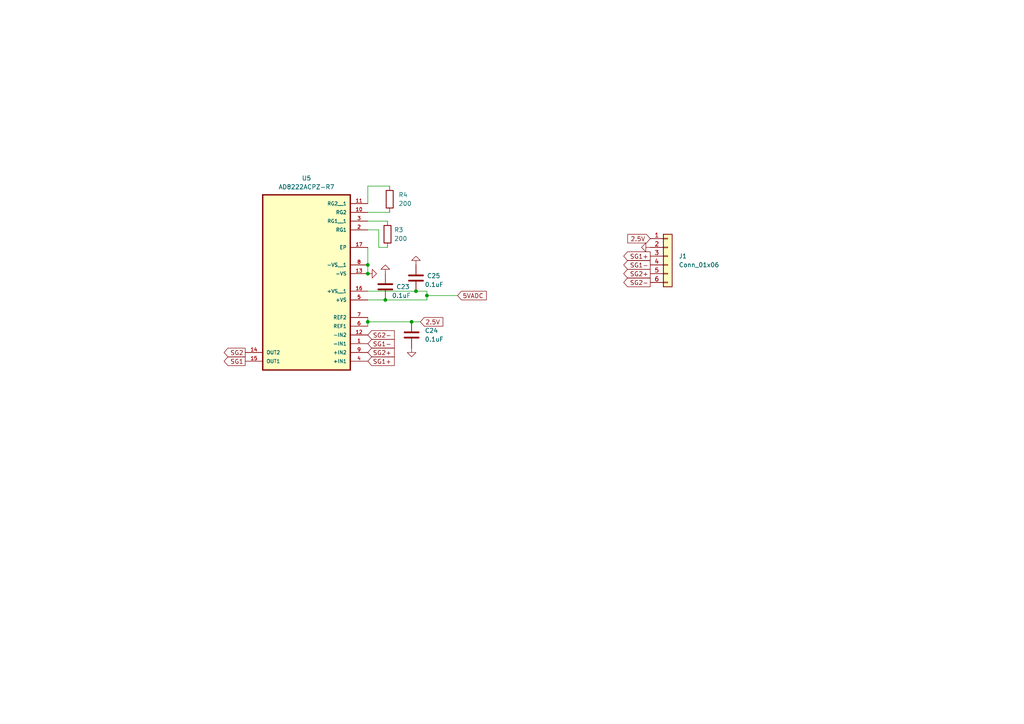
<source format=kicad_sch>
(kicad_sch (version 20230121) (generator eeschema)
  (paper "A4")
  (lib_symbols
    (symbol "Connector_Generic:Conn_01x06" (pin_names (offset 1.016) hide)
      (property "Reference" "J" (at 0 7.62 0))
      (property "Value" "Conn_01x06" (at 0 -10.16 0))
      (symbol "Conn_01x06_1_1"
        (rectangle (start -1.27 -7.493) (end 0 -7.747) (stroke (width 0.1524)))
        (rectangle (start -1.27 -4.953) (end 0 -5.207) (stroke (width 0.1524)))
        (rectangle (start -1.27 -2.413) (end 0 -2.667) (stroke (width 0.1524)))
        (rectangle (start -1.27 0.127) (end 0 -0.127) (stroke (width 0.1524)))
        (rectangle (start -1.27 2.667) (end 0 2.413) (stroke (width 0.1524)))
        (rectangle (start -1.27 5.207) (end 0 4.953) (stroke (width 0.1524)))
        (rectangle (start -1.27 6.35) (end 1.27 -8.89) (stroke (width 0.254)) (fill (type background)))
        (pin passive line (at -5.08 5.08 0) (length 3.81) (name "Pin_1") (number "1"))
        (pin passive line (at -5.08 2.54 0) (length 3.81) (name "Pin_2") (number "2"))
        (pin passive line (at -5.08 0 0) (length 3.81) (name "Pin_3") (number "3"))
        (pin passive line (at -5.08 -2.54 0) (length 3.81) (name "Pin_4") (number "4"))
        (pin passive line (at -5.08 -5.08 0) (length 3.81) (name "Pin_5") (number "5"))
        (pin passive line (at -5.08 -7.62 0) (length 3.81) (name "Pin_6") (number "6"))
      )
    )
    (symbol "Device:C" (pin_numbers hide) (pin_names (offset 0.254))
      (property "Reference" "C" (at 0.635 2.54 0))
      (property "Value" "C" (at 0.635 -2.54 0))
      (symbol "C_0_1"
        (polyline (pts (xy -2.032 -0.762) (xy 2.032 -0.762)) (stroke (width 0.508)))
        (polyline (pts (xy -2.032 0.762) (xy 2.032 0.762)) (stroke (width 0.508)))
      )
      (symbol "C_1_1"
        (pin passive line (at 0 3.81 270) (length 2.794) (name "~") (number "1"))
        (pin passive line (at 0 -3.81 90) (length 2.794) (name "~") (number "2"))
      )
    )
    (symbol "Device:R" (pin_numbers hide) (pin_names (offset 0))
      (property "Reference" "R" (at 2.032 0 90))
      (property "Value" "R" (at 0 0 90))
      (symbol "R_0_1"
        (rectangle (start -1.016 -2.54) (end 1.016 2.54) (stroke (width 0.254)))
      )
      (symbol "R_1_1"
        (pin passive line (at 0 3.81 270) (length 1.27) (name "~") (number "1"))
        (pin passive line (at 0 -3.81 90) (length 1.27) (name "~") (number "2"))
      )
    )
    (symbol "mainbox:AD8222ACPZ-R7" (pin_names (offset 1.016))
      (property "Reference" "U" (at -12.7 21.32 0))
      (property "Value" "AD8222ACPZ-R7" (at -12.7 -34.48 0))
      (symbol "AD8222ACPZ-R7_0_0"
        (rectangle (start -12.7 -30.48) (end 12.7 20.32) (stroke (width 0.41)) (fill (type background)))
        (pin input line (at -17.78 12.7 0) (length 5.08) (name "-IN1") (number "1"))
        (pin bidirectional line (at -17.78 -25.4 0) (length 5.08) (name "RG2") (number "10"))
        (pin bidirectional line (at -17.78 -27.94 0) (length 5.08) (name "RG2__1") (number "11"))
        (pin input line (at -17.78 10.16 0) (length 5.08) (name "-IN2") (number "12"))
        (pin bidirectional line (at -17.78 -7.62 0) (length 5.08) (name "-VS") (number "13"))
        (pin output line (at 17.78 15.24 180) (length 5.08) (name "OUT2") (number "14"))
        (pin output line (at 17.78 17.78 180) (length 5.08) (name "OUT1") (number "15"))
        (pin bidirectional line (at -17.78 -2.54 0) (length 5.08) (name "+VS__1") (number "16"))
        (pin bidirectional line (at -17.78 -15.24 0) (length 5.08) (name "EP") (number "17"))
        (pin bidirectional line (at -17.78 -20.32 0) (length 5.08) (name "RG1") (number "2"))
        (pin bidirectional line (at -17.78 -22.86 0) (length 5.08) (name "RG1__1") (number "3"))
        (pin input line (at -17.78 17.78 0) (length 5.08) (name "+IN1") (number "4"))
        (pin bidirectional line (at -17.78 0 0) (length 5.08) (name "+VS") (number "5"))
        (pin input line (at -17.78 7.62 0) (length 5.08) (name "REF1") (number "6"))
        (pin input line (at -17.78 5.08 0) (length 5.08) (name "REF2") (number "7"))
        (pin bidirectional line (at -17.78 -10.16 0) (length 5.08) (name "-VS__1") (number "8"))
        (pin input line (at -17.78 15.24 0) (length 5.08) (name "+IN2") (number "9"))
      )
    )
    (symbol "power:GND" (power) (pin_names (offset 0))
      (property "Value" "GND" (at 0 -3.81 0))
      (symbol "GND_0_1"
        (polyline (pts (xy 0 0) (xy 0 -1.27) (xy 1.27 -1.27) (xy 0 -2.54) (xy -1.27 -1.27) (xy 0 -1.27)))
      )
      (symbol "GND_1_1"
        (pin power_in line (at 0 0 270) (length 0) hide (name "GND") (number "1"))
      )
    )
  )
  (junction (at 111.76 86.995))
  (junction (at 119.38 93.345))
  (junction (at 106.68 93.345))
  (junction (at 120.65 84.455))
  (junction (at 106.68 76.835))
  (junction (at 106.68 79.375))
  (junction (at 123.825 85.725))
  (wire (pts (xy 123.825 84.455) (xy 123.825 85.725)))
  (wire (pts (xy 123.825 85.725) (xy 132.715 85.725)))
  (wire (pts (xy 106.68 93.345) (xy 106.68 94.615)))
  (wire (pts (xy 106.68 84.455) (xy 120.65 84.455)))
  (wire (pts (xy 106.68 66.675) (xy 109.855 66.675)))
  (wire (pts (xy 106.68 59.055) (xy 106.68 53.975)))
  (wire (pts (xy 119.38 93.345) (xy 121.92 93.345)))
  (wire (pts (xy 109.855 71.755) (xy 112.395 71.755)))
  (wire (pts (xy 111.76 86.995) (xy 123.825 86.995)))
  (wire (pts (xy 106.68 61.595) (xy 113.03 61.595)))
  (wire (pts (xy 106.68 53.975) (xy 113.03 53.975)))
  (wire (pts (xy 106.68 64.135) (xy 112.395 64.135)))
  (wire (pts (xy 106.68 92.075) (xy 106.68 93.345)))
  (wire (pts (xy 109.855 66.675) (xy 109.855 71.755)))
  (wire (pts (xy 106.68 86.995) (xy 111.76 86.995)))
  (wire (pts (xy 106.68 76.835) (xy 106.68 79.375)))
  (wire (pts (xy 123.825 86.995) (xy 123.825 85.725)))
  (wire (pts (xy 106.68 93.345) (xy 119.38 93.345)))
  (wire (pts (xy 120.65 84.455) (xy 123.825 84.455)))
  (wire (pts (xy 106.68 71.755) (xy 106.68 76.835)))
  (global_label "5VADC" (shape input) (at 132.715 85.725 0) (property "Intersheetrefs" "${INTERSHEET_REFS}" (effects hide)))
  (global_label "2.5V" (shape input) (at 121.92 93.345 0) (property "Intersheetrefs" "${INTERSHEET_REFS}" (effects hide)))
  (global_label "SG1-" (shape output) (at 188.595 76.835 180) (property "Intersheetrefs" "${INTERSHEET_REFS}" (effects hide)))
  (global_label "SG2+" (shape output) (at 188.595 79.375 180) (property "Intersheetrefs" "${INTERSHEET_REFS}" (effects hide)))
  (global_label "SG1+" (shape input) (at 106.68 104.775 0) (property "Intersheetrefs" "${INTERSHEET_REFS}" (effects hide)))
  (global_label "SG2+" (shape input) (at 106.68 102.235 0) (property "Intersheetrefs" "${INTERSHEET_REFS}" (effects hide)))
  (global_label "SG1+" (shape output) (at 188.595 74.295 180) (property "Intersheetrefs" "${INTERSHEET_REFS}" (effects hide)))
  (global_label "SG2-" (shape input) (at 106.68 97.155 0) (property "Intersheetrefs" "${INTERSHEET_REFS}" (effects hide)))
  (global_label "SG1" (shape output) (at 71.12 104.775 180) (property "Intersheetrefs" "${INTERSHEET_REFS}" (effects hide)))
  (global_label "SG2-" (shape output) (at 188.595 81.915 180) (property "Intersheetrefs" "${INTERSHEET_REFS}" (effects hide)))
  (global_label "SG1-" (shape input) (at 106.68 99.695 0) (property "Intersheetrefs" "${INTERSHEET_REFS}" (effects hide)))
  (global_label "2.5V" (shape input) (at 188.595 69.215 180) (property "Intersheetrefs" "${INTERSHEET_REFS}" (effects hide)))
  (global_label "SG2" (shape output) (at 71.12 102.235 180) (property "Intersheetrefs" "${INTERSHEET_REFS}" (effects hide)))
  (symbol (lib_id "power:GND") (at 120.65 76.835 180) (unit 1)
    (property "Reference" "#PWR047" (effects hide))
    (property "Value" "GND" (effects hide))
    (instances (project "mainbox1.0" (path "" (reference "#PWR047") (unit 1))) (project "mainbox2.0" (path "" (reference "#PWR025") (unit 1))) (project "Mainboard_priv" (path "" (reference "#PWR059") (unit 1))))
  )
  (symbol (lib_id "power:GND") (at 106.68 79.375 90) (unit 1)
    (property "Reference" "#PWR044" (effects hide))
    (property "Value" "GND" (effects hide))
    (instances (project "mainbox1.0" (path "" (reference "#PWR044") (unit 1))) (project "mainbox2.0" (path "" (reference "#PWR022") (unit 1))) (project "Mainboard_priv" (path "" (reference "#PWR057") (unit 1))))
  )
  (symbol (lib_id "Device:R") (at 113.03 57.785 0) (unit 1)
    (property "Reference" "R4" (at 115.57 56.515 0) (effects (justify left)))
    (property "Value" "200" (at 115.57 59.055 0) (effects (justify left)))
    (property "Footprint" "Resistor_SMD:R_0603_1608Metric" (effects hide))
    (instances (project "mainbox1.0" (path "" (reference "R4") (unit 1))) (project "mainbox2.0" (path "" (reference "R3") (unit 1))) (project "Mainboard_priv" (path "" (reference "R7") (unit 1))))
  )
  (symbol (lib_id "Device:C") (at 120.65 80.645 0) (unit 1)
    (property "Reference" "C25" (at 123.825 80.01 0) (effects (justify left)))
    (property "Value" "0.1uF" (at 123.19 82.55 0) (effects (justify left)))
    (property "Footprint" "Capacitor_SMD:C_0603_1608Metric" (effects hide))
    (instances (project "mainbox1.0" (path "" (reference "C25") (unit 1))) (project "mainbox2.0" (path "" (reference "C13") (unit 1))) (project "Mainboard_priv" (path "" (reference "C31") (unit 1))))
  )
  (symbol (lib_id "mainbox:AD8222ACPZ-R7") (at 88.9 86.995 180) (unit 1)
    (property "Reference" "U5" (at 88.9 51.689 0))
    (property "Value" "AD8222ACPZ-R7" (at 88.9 54.229 0))
    (property "Footprint" "21xt_footprints:AD8222ACPZ-R7" (effects hide))
    (instances (project "mainbox1.0" (path "" (reference "U5") (unit 1))) (project "mainbox" (path "" (reference "U6") (unit 1))) (project "mainbox2.0" (path "" (reference "U1") (unit 1))) (project "Mainboard_priv" (path "" (reference "U5") (unit 1))))
  )
  (symbol (lib_id "Device:R") (at 112.395 67.945 0) (unit 1)
    (property "Reference" "R3" (at 114.3 66.675 0) (effects (justify left)))
    (property "Value" "200" (at 114.3 69.215 0) (effects (justify left)))
    (property "Footprint" "Resistor_SMD:R_0603_1608Metric" (effects hide))
    (instances (project "mainbox1.0" (path "" (reference "R3") (unit 1))) (project "mainbox2.0" (path "" (reference "R2") (unit 1))) (project "Mainboard_priv" (path "" (reference "R6") (unit 1))))
  )
  (symbol (lib_id "power:GND") (at 111.76 79.375 180) (unit 1)
    (property "Reference" "#PWR045" (effects hide))
    (property "Value" "GND" (effects hide))
    (instances (project "mainbox1.0" (path "" (reference "#PWR045") (unit 1))) (project "mainbox2.0" (path "" (reference "#PWR023") (unit 1))) (project "Mainboard_priv" (path "" (reference "#PWR058") (unit 1))))
  )
  (symbol (lib_id "power:GND") (at 188.595 71.755 270) (unit 1)
    (property "Reference" "#PWR01" (effects hide))
    (property "Value" "GND" (effects hide))
    (instances (project "mainbox1.0" (path "" (reference "#PWR01") (unit 1))) (project "mainbox2.0" (path "" (reference "#PWR026") (unit 1))) (project "Mainboard_priv" (path "" (reference "#PWR055") (unit 1))))
  )
  (symbol (lib_id "power:GND") (at 119.38 100.965 0) (unit 1)
    (property "Reference" "#PWR046" (effects hide))
    (property "Value" "GND" (effects hide))
    (instances (project "mainbox1.0" (path "" (reference "#PWR046") (unit 1))) (project "mainbox2.0" (path "" (reference "#PWR024") (unit 1))) (project "Mainboard_priv" (path "" (reference "#PWR056") (unit 1))))
  )
  (symbol (lib_id "Device:C") (at 111.76 83.185 0) (unit 1)
    (property "Reference" "C23" (at 114.935 83.185 0) (effects (justify left)))
    (property "Value" "0.1uF" (at 113.665 85.725 0) (effects (justify left)))
    (property "Footprint" "Capacitor_SMD:C_0603_1608Metric" (effects hide))
    (instances (project "mainbox1.0" (path "" (reference "C23") (unit 1))) (project "mainbox2.0" (path "" (reference "C11") (unit 1))) (project "Mainboard_priv" (path "" (reference "C29") (unit 1))))
  )
  (symbol (lib_id "Device:C") (at 119.38 97.155 0) (unit 1)
    (property "Reference" "C24" (at 123.19 95.885 0) (effects (justify left)))
    (property "Value" "0.1uF" (at 123.19 98.425 0) (effects (justify left)))
    (property "Footprint" "Capacitor_SMD:C_0603_1608Metric" (effects hide))
    (instances (project "mainbox1.0" (path "" (reference "C24") (unit 1))) (project "mainbox2.0" (path "" (reference "C12") (unit 1))) (project "Mainboard_priv" (path "" (reference "C30") (unit 1))))
  )
  (symbol (lib_id "Connector_Generic:Conn_01x06") (at 193.675 74.295 0) (unit 1)
    (property "Reference" "J1" (at 196.85 74.295 0) (effects (justify left)))
    (property "Value" "Conn_01x06" (at 196.85 76.835 0) (effects (justify left)))
    (property "Footprint" "21xt_footprints:MOLEX_0533980671 (1x6)" (effects hide))
    (instances (project "mainbox1.0" (path "" (reference "J1") (unit 1))) (project "mainbox2.0" (path "" (reference "J3") (unit 1))) (project "Mainboard_priv" (path "" (reference "J10") (unit 1))))
  )
)
</source>
